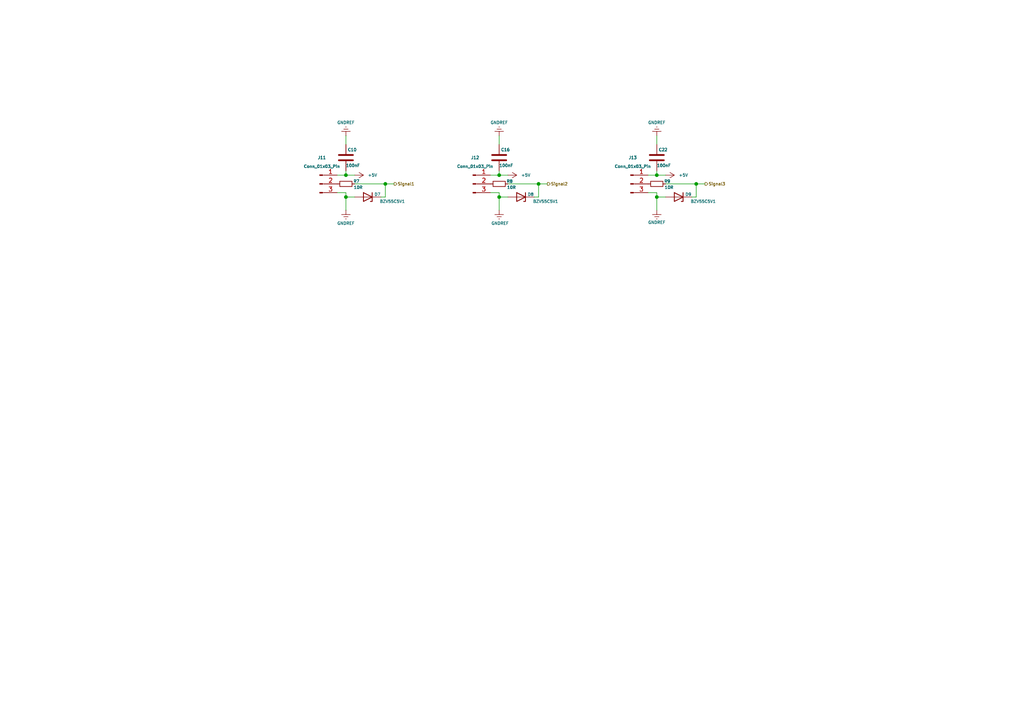
<source format=kicad_sch>
(kicad_sch
	(version 20250114)
	(generator "eeschema")
	(generator_version "9.0")
	(uuid "54e0eb65-62ff-4238-bfec-82d9fbc4a214")
	(paper "A4")
	(lib_symbols
		(symbol "Library:+5V"
			(power)
			(pin_numbers
				(hide yes)
			)
			(pin_names
				(offset 0)
				(hide yes)
			)
			(exclude_from_sim no)
			(in_bom yes)
			(on_board yes)
			(property "Reference" "#PWR"
				(at 0 -3.81 0)
				(effects
					(font
						(size 1.27 1.27)
					)
					(hide yes)
				)
			)
			(property "Value" "+5V"
				(at 0 3.556 0)
				(effects
					(font
						(size 1.27 1.27)
					)
				)
			)
			(property "Footprint" ""
				(at 0 0 0)
				(effects
					(font
						(size 1.27 1.27)
					)
					(hide yes)
				)
			)
			(property "Datasheet" ""
				(at 0 0 0)
				(effects
					(font
						(size 1.27 1.27)
					)
					(hide yes)
				)
			)
			(property "Description" "Power symbol creates a global label with name \"+5V\""
				(at 0 0 0)
				(effects
					(font
						(size 1.27 1.27)
					)
					(hide yes)
				)
			)
			(property "ki_keywords" "global power"
				(at 0 0 0)
				(effects
					(font
						(size 1.27 1.27)
					)
					(hide yes)
				)
			)
			(symbol "+5V_0_1"
				(polyline
					(pts
						(xy -0.762 1.27) (xy 0 2.54)
					)
					(stroke
						(width 0)
						(type default)
					)
					(fill
						(type none)
					)
				)
				(polyline
					(pts
						(xy 0 2.54) (xy 0.762 1.27)
					)
					(stroke
						(width 0)
						(type default)
					)
					(fill
						(type none)
					)
				)
				(polyline
					(pts
						(xy 0 0) (xy 0 2.54)
					)
					(stroke
						(width 0)
						(type default)
					)
					(fill
						(type none)
					)
				)
			)
			(symbol "+5V_1_1"
				(pin power_in line
					(at 0 0 90)
					(length 0)
					(name "~"
						(effects
							(font
								(size 1.27 1.27)
							)
						)
					)
					(number "1"
						(effects
							(font
								(size 1.27 1.27)
							)
						)
					)
				)
			)
			(embedded_fonts no)
		)
		(symbol "Library:BZV55C5V1"
			(pin_numbers
				(hide yes)
			)
			(pin_names
				(hide yes)
			)
			(exclude_from_sim no)
			(in_bom yes)
			(on_board yes)
			(property "Reference" "D"
				(at 0 2.54 0)
				(effects
					(font
						(size 1.27 1.27)
					)
				)
			)
			(property "Value" "BZV55C5V1"
				(at 0 -2.54 0)
				(effects
					(font
						(size 1.27 1.27)
					)
				)
			)
			(property "Footprint" "Diode_SMD:D_MiniMELF"
				(at 0 -4.445 0)
				(effects
					(font
						(size 1.27 1.27)
					)
					(hide yes)
				)
			)
			(property "Datasheet" "https://assets.nexperia.com/documents/data-sheet/BZV55_SER.pdf"
				(at 0 0 0)
				(effects
					(font
						(size 1.27 1.27)
					)
					(hide yes)
				)
			)
			(property "Description" "5.1V, 500mW, 5%, Zener diode, MiniMELF"
				(at 0 0 0)
				(effects
					(font
						(size 1.27 1.27)
					)
					(hide yes)
				)
			)
			(property "ki_keywords" "zener diode"
				(at 0 0 0)
				(effects
					(font
						(size 1.27 1.27)
					)
					(hide yes)
				)
			)
			(property "ki_fp_filters" "D*MiniMELF*"
				(at 0 0 0)
				(effects
					(font
						(size 1.27 1.27)
					)
					(hide yes)
				)
			)
			(symbol "BZV55C5V1_0_1"
				(polyline
					(pts
						(xy -1.27 -1.27) (xy -1.27 1.27) (xy -0.762 1.27)
					)
					(stroke
						(width 0.254)
						(type default)
					)
					(fill
						(type none)
					)
				)
				(polyline
					(pts
						(xy 1.27 0) (xy -1.27 0)
					)
					(stroke
						(width 0)
						(type default)
					)
					(fill
						(type none)
					)
				)
				(polyline
					(pts
						(xy 1.27 -1.27) (xy 1.27 1.27) (xy -1.27 0) (xy 1.27 -1.27)
					)
					(stroke
						(width 0.254)
						(type default)
					)
					(fill
						(type none)
					)
				)
			)
			(symbol "BZV55C5V1_1_1"
				(pin passive line
					(at -3.81 0 0)
					(length 2.54)
					(name "K"
						(effects
							(font
								(size 1.27 1.27)
							)
						)
					)
					(number "1"
						(effects
							(font
								(size 1.27 1.27)
							)
						)
					)
				)
				(pin passive line
					(at 3.81 0 180)
					(length 2.54)
					(name "A"
						(effects
							(font
								(size 1.27 1.27)
							)
						)
					)
					(number "2"
						(effects
							(font
								(size 1.27 1.27)
							)
						)
					)
				)
			)
			(embedded_fonts no)
		)
		(symbol "Library:C"
			(pin_numbers
				(hide yes)
			)
			(pin_names
				(offset 0.254)
			)
			(exclude_from_sim no)
			(in_bom yes)
			(on_board yes)
			(property "Reference" "C"
				(at 0.635 2.54 0)
				(effects
					(font
						(size 1.27 1.27)
					)
					(justify left)
				)
			)
			(property "Value" "C"
				(at 0.635 -2.54 0)
				(effects
					(font
						(size 1.27 1.27)
					)
					(justify left)
				)
			)
			(property "Footprint" ""
				(at 0.9652 -3.81 0)
				(effects
					(font
						(size 1.27 1.27)
					)
					(hide yes)
				)
			)
			(property "Datasheet" "~"
				(at 0 0 0)
				(effects
					(font
						(size 1.27 1.27)
					)
					(hide yes)
				)
			)
			(property "Description" "Unpolarized capacitor"
				(at 0 0 0)
				(effects
					(font
						(size 1.27 1.27)
					)
					(hide yes)
				)
			)
			(property "ki_keywords" "cap capacitor"
				(at 0 0 0)
				(effects
					(font
						(size 1.27 1.27)
					)
					(hide yes)
				)
			)
			(property "ki_fp_filters" "C_*"
				(at 0 0 0)
				(effects
					(font
						(size 1.27 1.27)
					)
					(hide yes)
				)
			)
			(symbol "C_0_1"
				(polyline
					(pts
						(xy -2.032 0.762) (xy 2.032 0.762)
					)
					(stroke
						(width 0.508)
						(type default)
					)
					(fill
						(type none)
					)
				)
				(polyline
					(pts
						(xy -2.032 -0.762) (xy 2.032 -0.762)
					)
					(stroke
						(width 0.508)
						(type default)
					)
					(fill
						(type none)
					)
				)
			)
			(symbol "C_1_1"
				(pin passive line
					(at 0 3.81 270)
					(length 2.794)
					(name "~"
						(effects
							(font
								(size 1.27 1.27)
							)
						)
					)
					(number "1"
						(effects
							(font
								(size 1.27 1.27)
							)
						)
					)
				)
				(pin passive line
					(at 0 -3.81 90)
					(length 2.794)
					(name "~"
						(effects
							(font
								(size 1.27 1.27)
							)
						)
					)
					(number "2"
						(effects
							(font
								(size 1.27 1.27)
							)
						)
					)
				)
			)
			(embedded_fonts no)
		)
		(symbol "Library:Conn_01x03_Pin"
			(pin_names
				(offset 1.016)
				(hide yes)
			)
			(exclude_from_sim no)
			(in_bom yes)
			(on_board yes)
			(property "Reference" "J"
				(at 0 5.08 0)
				(effects
					(font
						(size 1.27 1.27)
					)
				)
			)
			(property "Value" "Conn_01x03_Pin"
				(at 0 -5.08 0)
				(effects
					(font
						(size 1.27 1.27)
					)
				)
			)
			(property "Footprint" ""
				(at 0 0 0)
				(effects
					(font
						(size 1.27 1.27)
					)
					(hide yes)
				)
			)
			(property "Datasheet" "~"
				(at 0 0 0)
				(effects
					(font
						(size 1.27 1.27)
					)
					(hide yes)
				)
			)
			(property "Description" "Generic connector, single row, 01x03, script generated"
				(at 0 0 0)
				(effects
					(font
						(size 1.27 1.27)
					)
					(hide yes)
				)
			)
			(property "ki_locked" ""
				(at 0 0 0)
				(effects
					(font
						(size 1.27 1.27)
					)
				)
			)
			(property "ki_keywords" "connector"
				(at 0 0 0)
				(effects
					(font
						(size 1.27 1.27)
					)
					(hide yes)
				)
			)
			(property "ki_fp_filters" "Connector*:*_1x??_*"
				(at 0 0 0)
				(effects
					(font
						(size 1.27 1.27)
					)
					(hide yes)
				)
			)
			(symbol "Conn_01x03_Pin_1_1"
				(rectangle
					(start 0.8636 2.667)
					(end 0 2.413)
					(stroke
						(width 0.1524)
						(type default)
					)
					(fill
						(type outline)
					)
				)
				(rectangle
					(start 0.8636 0.127)
					(end 0 -0.127)
					(stroke
						(width 0.1524)
						(type default)
					)
					(fill
						(type outline)
					)
				)
				(rectangle
					(start 0.8636 -2.413)
					(end 0 -2.667)
					(stroke
						(width 0.1524)
						(type default)
					)
					(fill
						(type outline)
					)
				)
				(polyline
					(pts
						(xy 1.27 2.54) (xy 0.8636 2.54)
					)
					(stroke
						(width 0.1524)
						(type default)
					)
					(fill
						(type none)
					)
				)
				(polyline
					(pts
						(xy 1.27 0) (xy 0.8636 0)
					)
					(stroke
						(width 0.1524)
						(type default)
					)
					(fill
						(type none)
					)
				)
				(polyline
					(pts
						(xy 1.27 -2.54) (xy 0.8636 -2.54)
					)
					(stroke
						(width 0.1524)
						(type default)
					)
					(fill
						(type none)
					)
				)
				(pin passive line
					(at 5.08 2.54 180)
					(length 3.81)
					(name "Pin_1"
						(effects
							(font
								(size 1.27 1.27)
							)
						)
					)
					(number "1"
						(effects
							(font
								(size 1.27 1.27)
							)
						)
					)
				)
				(pin passive line
					(at 5.08 0 180)
					(length 3.81)
					(name "Pin_2"
						(effects
							(font
								(size 1.27 1.27)
							)
						)
					)
					(number "2"
						(effects
							(font
								(size 1.27 1.27)
							)
						)
					)
				)
				(pin passive line
					(at 5.08 -2.54 180)
					(length 3.81)
					(name "Pin_3"
						(effects
							(font
								(size 1.27 1.27)
							)
						)
					)
					(number "3"
						(effects
							(font
								(size 1.27 1.27)
							)
						)
					)
				)
			)
			(embedded_fonts no)
		)
		(symbol "Library:GNDREF"
			(power)
			(pin_numbers
				(hide yes)
			)
			(pin_names
				(offset 0)
				(hide yes)
			)
			(exclude_from_sim no)
			(in_bom yes)
			(on_board yes)
			(property "Reference" "#PWR"
				(at 0 -6.35 0)
				(effects
					(font
						(size 1.27 1.27)
					)
					(hide yes)
				)
			)
			(property "Value" "GNDREF"
				(at 0 -3.81 0)
				(effects
					(font
						(size 1.27 1.27)
					)
				)
			)
			(property "Footprint" ""
				(at 0 0 0)
				(effects
					(font
						(size 1.27 1.27)
					)
					(hide yes)
				)
			)
			(property "Datasheet" ""
				(at 0 0 0)
				(effects
					(font
						(size 1.27 1.27)
					)
					(hide yes)
				)
			)
			(property "Description" "Power symbol creates a global label with name \"GNDREF\" , reference supply ground"
				(at 0 0 0)
				(effects
					(font
						(size 1.27 1.27)
					)
					(hide yes)
				)
			)
			(property "ki_keywords" "global power"
				(at 0 0 0)
				(effects
					(font
						(size 1.27 1.27)
					)
					(hide yes)
				)
			)
			(symbol "GNDREF_0_1"
				(polyline
					(pts
						(xy -0.635 -1.905) (xy 0.635 -1.905)
					)
					(stroke
						(width 0)
						(type default)
					)
					(fill
						(type none)
					)
				)
				(polyline
					(pts
						(xy -0.127 -2.54) (xy 0.127 -2.54)
					)
					(stroke
						(width 0)
						(type default)
					)
					(fill
						(type none)
					)
				)
				(polyline
					(pts
						(xy 0 -1.27) (xy 0 0)
					)
					(stroke
						(width 0)
						(type default)
					)
					(fill
						(type none)
					)
				)
				(polyline
					(pts
						(xy 1.27 -1.27) (xy -1.27 -1.27)
					)
					(stroke
						(width 0)
						(type default)
					)
					(fill
						(type none)
					)
				)
			)
			(symbol "GNDREF_1_1"
				(pin power_in line
					(at 0 0 270)
					(length 0)
					(name "~"
						(effects
							(font
								(size 1.27 1.27)
							)
						)
					)
					(number "1"
						(effects
							(font
								(size 1.27 1.27)
							)
						)
					)
				)
			)
			(embedded_fonts no)
		)
		(symbol "Library:R_Small"
			(pin_numbers
				(hide yes)
			)
			(pin_names
				(offset 0.254)
				(hide yes)
			)
			(exclude_from_sim no)
			(in_bom yes)
			(on_board yes)
			(property "Reference" "R"
				(at 0 0 90)
				(effects
					(font
						(size 1.016 1.016)
					)
				)
			)
			(property "Value" "R_Small"
				(at 1.778 0 90)
				(effects
					(font
						(size 1.27 1.27)
					)
				)
			)
			(property "Footprint" ""
				(at 0 0 0)
				(effects
					(font
						(size 1.27 1.27)
					)
					(hide yes)
				)
			)
			(property "Datasheet" "~"
				(at 0 0 0)
				(effects
					(font
						(size 1.27 1.27)
					)
					(hide yes)
				)
			)
			(property "Description" "Resistor, small symbol"
				(at 0 0 0)
				(effects
					(font
						(size 1.27 1.27)
					)
					(hide yes)
				)
			)
			(property "ki_keywords" "R resistor"
				(at 0 0 0)
				(effects
					(font
						(size 1.27 1.27)
					)
					(hide yes)
				)
			)
			(property "ki_fp_filters" "R_*"
				(at 0 0 0)
				(effects
					(font
						(size 1.27 1.27)
					)
					(hide yes)
				)
			)
			(symbol "R_Small_0_1"
				(rectangle
					(start -0.762 1.778)
					(end 0.762 -1.778)
					(stroke
						(width 0.2032)
						(type default)
					)
					(fill
						(type none)
					)
				)
			)
			(symbol "R_Small_1_1"
				(pin passive line
					(at 0 2.54 270)
					(length 0.762)
					(name "~"
						(effects
							(font
								(size 1.27 1.27)
							)
						)
					)
					(number "1"
						(effects
							(font
								(size 1.27 1.27)
							)
						)
					)
				)
				(pin passive line
					(at 0 -2.54 90)
					(length 0.762)
					(name "~"
						(effects
							(font
								(size 1.27 1.27)
							)
						)
					)
					(number "2"
						(effects
							(font
								(size 1.27 1.27)
							)
						)
					)
				)
			)
			(embedded_fonts no)
		)
	)
	(junction
		(at 144.78 50.8)
		(diameter 0)
		(color 0 0 0 0)
		(uuid "04724f15-147b-4984-9b49-831392b0d62a")
	)
	(junction
		(at 111.76 53.34)
		(diameter 0)
		(color 0 0 0 0)
		(uuid "10c8f378-5138-4b8a-b798-20589912006f")
	)
	(junction
		(at 144.78 57.15)
		(diameter 0)
		(color 0 0 0 0)
		(uuid "8671e54d-7def-4b88-8041-7c40776ff083")
	)
	(junction
		(at 100.33 50.8)
		(diameter 0)
		(color 0 0 0 0)
		(uuid "9d11f781-d471-4e5c-985b-aecc74f57349")
	)
	(junction
		(at 100.33 57.15)
		(diameter 0)
		(color 0 0 0 0)
		(uuid "a75fe11e-0ebd-45cc-9e5c-de33967b42cc")
	)
	(junction
		(at 156.21 53.34)
		(diameter 0)
		(color 0 0 0 0)
		(uuid "a7bb39e3-a4c5-4e56-859f-ff482dd4f3fd")
	)
	(junction
		(at 190.5 50.8)
		(diameter 0)
		(color 0 0 0 0)
		(uuid "ec2c26e1-cc06-4927-abf3-7ef56cc04c24")
	)
	(junction
		(at 190.5 57.15)
		(diameter 0)
		(color 0 0 0 0)
		(uuid "f72a2d35-d03a-4f5d-b9b2-68f133bfafbe")
	)
	(junction
		(at 201.93 53.34)
		(diameter 0)
		(color 0 0 0 0)
		(uuid "fe5d84e5-c422-46e5-abbb-190af4988015")
	)
	(wire
		(pts
			(xy 147.32 50.8) (xy 144.78 50.8)
		)
		(stroke
			(width 0)
			(type default)
		)
		(uuid "080f6d3f-1751-4a85-b91a-e7c1bc040015")
	)
	(wire
		(pts
			(xy 190.5 57.15) (xy 190.5 60.96)
		)
		(stroke
			(width 0)
			(type default)
		)
		(uuid "13f7dfe4-859d-4a85-92a9-d3df2943f0a8")
	)
	(wire
		(pts
			(xy 111.76 53.34) (xy 111.76 57.15)
		)
		(stroke
			(width 0)
			(type default)
		)
		(uuid "14d72d9d-561e-4353-a1c8-e76b0ea63502")
	)
	(wire
		(pts
			(xy 156.21 53.34) (xy 156.21 57.15)
		)
		(stroke
			(width 0)
			(type default)
		)
		(uuid "17313ea0-34a0-4c2f-acb6-1fd171fc46d3")
	)
	(wire
		(pts
			(xy 193.04 50.8) (xy 190.5 50.8)
		)
		(stroke
			(width 0)
			(type default)
		)
		(uuid "1aeb910a-99f5-4e8b-8431-f8850b16dbe1")
	)
	(wire
		(pts
			(xy 201.93 57.15) (xy 200.66 57.15)
		)
		(stroke
			(width 0)
			(type default)
		)
		(uuid "257841a2-16ca-45f5-a0a2-1f3458eb71bc")
	)
	(wire
		(pts
			(xy 156.21 53.34) (xy 158.75 53.34)
		)
		(stroke
			(width 0)
			(type default)
		)
		(uuid "2bf3f118-b544-4b14-995e-f12d517e70cc")
	)
	(wire
		(pts
			(xy 187.96 55.88) (xy 190.5 55.88)
		)
		(stroke
			(width 0)
			(type default)
		)
		(uuid "2defbecc-a5bf-4370-8938-108d72656b71")
	)
	(wire
		(pts
			(xy 111.76 53.34) (xy 114.3 53.34)
		)
		(stroke
			(width 0)
			(type default)
		)
		(uuid "428bb385-091f-48c1-876e-a32279b8cbae")
	)
	(wire
		(pts
			(xy 144.78 55.88) (xy 144.78 57.15)
		)
		(stroke
			(width 0)
			(type default)
		)
		(uuid "455af6e4-74b2-423d-b3e9-fe3598d766b1")
	)
	(wire
		(pts
			(xy 144.78 57.15) (xy 147.32 57.15)
		)
		(stroke
			(width 0)
			(type default)
		)
		(uuid "62bf242d-041e-43b7-8815-ec43750f4ef6")
	)
	(wire
		(pts
			(xy 142.24 55.88) (xy 144.78 55.88)
		)
		(stroke
			(width 0)
			(type default)
		)
		(uuid "6f471cdb-bcb5-42ea-8cad-e6cfad5d68a3")
	)
	(wire
		(pts
			(xy 100.33 39.37) (xy 100.33 41.91)
		)
		(stroke
			(width 0)
			(type default)
		)
		(uuid "72afbc3c-e4fc-44f6-bfe0-5c0a6cf90482")
	)
	(wire
		(pts
			(xy 190.5 57.15) (xy 193.04 57.15)
		)
		(stroke
			(width 0)
			(type default)
		)
		(uuid "75f20e1a-6318-4be1-9740-193125921025")
	)
	(wire
		(pts
			(xy 97.79 55.88) (xy 100.33 55.88)
		)
		(stroke
			(width 0)
			(type default)
		)
		(uuid "80596881-1be7-4bc7-a333-03c1642151bc")
	)
	(wire
		(pts
			(xy 100.33 50.8) (xy 97.79 50.8)
		)
		(stroke
			(width 0)
			(type default)
		)
		(uuid "8a975e30-7b50-4a40-a837-abf8387fc5f2")
	)
	(wire
		(pts
			(xy 100.33 49.53) (xy 100.33 50.8)
		)
		(stroke
			(width 0)
			(type default)
		)
		(uuid "93372661-7337-4b30-9182-98c0ed4a742b")
	)
	(wire
		(pts
			(xy 147.32 53.34) (xy 156.21 53.34)
		)
		(stroke
			(width 0)
			(type default)
		)
		(uuid "99608072-3344-4ad8-86f2-8790863063f6")
	)
	(wire
		(pts
			(xy 102.87 53.34) (xy 111.76 53.34)
		)
		(stroke
			(width 0)
			(type default)
		)
		(uuid "99d6195c-8c3a-496f-85e8-0ead949d6f2d")
	)
	(wire
		(pts
			(xy 190.5 49.53) (xy 190.5 50.8)
		)
		(stroke
			(width 0)
			(type default)
		)
		(uuid "9a223525-bb28-4dd4-8a39-eb8eda289896")
	)
	(wire
		(pts
			(xy 144.78 57.15) (xy 144.78 60.96)
		)
		(stroke
			(width 0)
			(type default)
		)
		(uuid "9cf0574b-a6bd-46a2-bb33-f2eb3b98930d")
	)
	(wire
		(pts
			(xy 144.78 49.53) (xy 144.78 50.8)
		)
		(stroke
			(width 0)
			(type default)
		)
		(uuid "a328461d-e567-427d-9a50-7a1549093132")
	)
	(wire
		(pts
			(xy 201.93 53.34) (xy 204.47 53.34)
		)
		(stroke
			(width 0)
			(type default)
		)
		(uuid "a4f4f200-ac54-453c-90fe-e42aba9ff69e")
	)
	(wire
		(pts
			(xy 144.78 50.8) (xy 142.24 50.8)
		)
		(stroke
			(width 0)
			(type default)
		)
		(uuid "a5858c77-a97d-4f8f-b122-32b786daf48a")
	)
	(wire
		(pts
			(xy 100.33 57.15) (xy 102.87 57.15)
		)
		(stroke
			(width 0)
			(type default)
		)
		(uuid "a730134b-9b2c-48aa-a576-5bfe27cd1380")
	)
	(wire
		(pts
			(xy 100.33 55.88) (xy 100.33 57.15)
		)
		(stroke
			(width 0)
			(type default)
		)
		(uuid "ac5fdae8-12ea-493e-a096-6d0316f463c5")
	)
	(wire
		(pts
			(xy 201.93 53.34) (xy 201.93 57.15)
		)
		(stroke
			(width 0)
			(type default)
		)
		(uuid "ad063433-c7fb-44c8-8ac0-2bf0cd554acd")
	)
	(wire
		(pts
			(xy 100.33 57.15) (xy 100.33 60.96)
		)
		(stroke
			(width 0)
			(type default)
		)
		(uuid "b400d9c0-3926-4203-89d5-c42b126d37c2")
	)
	(wire
		(pts
			(xy 156.21 57.15) (xy 154.94 57.15)
		)
		(stroke
			(width 0)
			(type default)
		)
		(uuid "b490a8e6-3568-4c08-93a0-d074ae3750e9")
	)
	(wire
		(pts
			(xy 102.87 50.8) (xy 100.33 50.8)
		)
		(stroke
			(width 0)
			(type default)
		)
		(uuid "bb2d2f56-45f1-4b55-8b8c-f2ac71d55b7f")
	)
	(wire
		(pts
			(xy 190.5 39.37) (xy 190.5 41.91)
		)
		(stroke
			(width 0)
			(type default)
		)
		(uuid "bc88e79d-b40d-4192-9643-d7d42e08aabf")
	)
	(wire
		(pts
			(xy 190.5 55.88) (xy 190.5 57.15)
		)
		(stroke
			(width 0)
			(type default)
		)
		(uuid "c06dd598-1b66-40cb-bf37-015521656a42")
	)
	(wire
		(pts
			(xy 190.5 50.8) (xy 187.96 50.8)
		)
		(stroke
			(width 0)
			(type default)
		)
		(uuid "d1e9fd55-20d7-41ea-8f1d-468063be9594")
	)
	(wire
		(pts
			(xy 111.76 57.15) (xy 110.49 57.15)
		)
		(stroke
			(width 0)
			(type default)
		)
		(uuid "e5501fa7-6c56-4ae7-b9be-a0487e1415b3")
	)
	(wire
		(pts
			(xy 193.04 53.34) (xy 201.93 53.34)
		)
		(stroke
			(width 0)
			(type default)
		)
		(uuid "fdbdd0d4-f258-4932-84b6-926ac16e55b2")
	)
	(wire
		(pts
			(xy 144.78 39.37) (xy 144.78 41.91)
		)
		(stroke
			(width 0)
			(type default)
		)
		(uuid "feb289f1-75ee-4533-bb53-57a3e7f47a69")
	)
	(hierarchical_label "Signal2"
		(shape output)
		(at 158.75 53.34 0)
		(effects
			(font
				(size 0.85 0.85)
			)
			(justify left)
		)
		(uuid "45750537-8bec-4386-bc55-60052e5dbc7f")
	)
	(hierarchical_label "Signal3"
		(shape output)
		(at 204.47 53.34 0)
		(effects
			(font
				(size 0.85 0.85)
			)
			(justify left)
		)
		(uuid "7b785c51-8a25-4e08-9394-c8fdd3f4e9b5")
	)
	(hierarchical_label "Signal1"
		(shape output)
		(at 114.3 53.34 0)
		(effects
			(font
				(size 0.85 0.85)
			)
			(justify left)
		)
		(uuid "955fc822-1ffb-4fc6-9261-06ffbd9fff2f")
	)
	(symbol
		(lib_id "Library:R_Small")
		(at 190.5 53.34 90)
		(unit 1)
		(exclude_from_sim no)
		(in_bom yes)
		(on_board yes)
		(dnp no)
		(uuid "14628481-bae1-4755-8caf-fcb95aa26dd8")
		(property "Reference" "R18"
			(at 193.548 52.578 90)
			(effects
				(font
					(size 0.85 0.85)
				)
			)
		)
		(property "Value" "10R"
			(at 194.056 54.356 90)
			(effects
				(font
					(size 0.85 0.85)
				)
			)
		)
		(property "Footprint" "Library:R_0805_2012Metric"
			(at 190.5 53.34 0)
			(effects
				(font
					(size 0.85 0.85)
				)
				(hide yes)
			)
		)
		(property "Datasheet" "~"
			(at 190.5 53.34 0)
			(effects
				(font
					(size 0.85 0.85)
				)
				(hide yes)
			)
		)
		(property "Description" "Resistor, small symbol"
			(at 190.5 53.34 0)
			(effects
				(font
					(size 0.85 0.85)
				)
				(hide yes)
			)
		)
		(pin "1"
			(uuid "45bf41b2-65cb-470c-bba0-da3fb88c2f60")
		)
		(pin "2"
			(uuid "bd6a7e10-3012-47db-a0a5-11d08cac7ec8")
		)
		(instances
			(project "MoistureDatalogger"
				(path "/2465b45a-61bf-4bb8-9f23-f35ab1c53bad/5421d897-df23-4bfc-9f10-4d8ee1478388"
					(reference "R9")
					(unit 1)
				)
				(path "/2465b45a-61bf-4bb8-9f23-f35ab1c53bad/814cc811-9492-4603-8a4f-d85606166275"
					(reference "R18")
					(unit 1)
				)
				(path "/2465b45a-61bf-4bb8-9f23-f35ab1c53bad/887caf75-d5a4-4536-b2d3-ee205b08c70e"
					(reference "R3")
					(unit 1)
				)
				(path "/2465b45a-61bf-4bb8-9f23-f35ab1c53bad/92995c40-0032-4dc4-8e9d-3047533a487e"
					(reference "R15")
					(unit 1)
				)
				(path "/2465b45a-61bf-4bb8-9f23-f35ab1c53bad/ae45e8e8-9c2b-4975-a906-2f7c4752cbf2"
					(reference "R6")
					(unit 1)
				)
				(path "/2465b45a-61bf-4bb8-9f23-f35ab1c53bad/c04d65c9-2d53-46de-bb57-b2206c44dac7"
					(reference "R12")
					(unit 1)
				)
			)
		)
	)
	(symbol
		(lib_id "Library:Conn_01x03_Pin")
		(at 182.88 53.34 0)
		(unit 1)
		(exclude_from_sim no)
		(in_bom yes)
		(on_board yes)
		(dnp no)
		(fields_autoplaced yes)
		(uuid "15f19b47-75d5-49c1-9d4b-08ab230beeac")
		(property "Reference" "J23"
			(at 183.515 45.72 0)
			(effects
				(font
					(size 0.85 0.85)
				)
			)
		)
		(property "Value" "Conn_01x03_Pin"
			(at 183.515 48.26 0)
			(effects
				(font
					(size 0.85 0.85)
				)
			)
		)
		(property "Footprint" "Library:JST_XH_B3B-XH-AM_1x03_P2.50mm_Vertical"
			(at 182.88 53.34 0)
			(effects
				(font
					(size 0.85 0.85)
				)
				(hide yes)
			)
		)
		(property "Datasheet" "~"
			(at 182.88 53.34 0)
			(effects
				(font
					(size 0.85 0.85)
				)
				(hide yes)
			)
		)
		(property "Description" "Generic connector, single row, 01x03, script generated"
			(at 182.88 53.34 0)
			(effects
				(font
					(size 0.85 0.85)
				)
				(hide yes)
			)
		)
		(pin "2"
			(uuid "58cea72a-7056-439a-9511-caffac2a328f")
		)
		(pin "1"
			(uuid "5db2f24b-eb94-4447-b71b-912b59ddcdb3")
		)
		(pin "3"
			(uuid "7266038f-d13f-4711-83b7-8fb2ce17ceef")
		)
		(instances
			(project "MoistureDatalogger"
				(path "/2465b45a-61bf-4bb8-9f23-f35ab1c53bad/5421d897-df23-4bfc-9f10-4d8ee1478388"
					(reference "J13")
					(unit 1)
				)
				(path "/2465b45a-61bf-4bb8-9f23-f35ab1c53bad/814cc811-9492-4603-8a4f-d85606166275"
					(reference "J23")
					(unit 1)
				)
				(path "/2465b45a-61bf-4bb8-9f23-f35ab1c53bad/887caf75-d5a4-4536-b2d3-ee205b08c70e"
					(reference "J7")
					(unit 1)
				)
				(path "/2465b45a-61bf-4bb8-9f23-f35ab1c53bad/92995c40-0032-4dc4-8e9d-3047533a487e"
					(reference "J19")
					(unit 1)
				)
				(path "/2465b45a-61bf-4bb8-9f23-f35ab1c53bad/ae45e8e8-9c2b-4975-a906-2f7c4752cbf2"
					(reference "J10")
					(unit 1)
				)
				(path "/2465b45a-61bf-4bb8-9f23-f35ab1c53bad/c04d65c9-2d53-46de-bb57-b2206c44dac7"
					(reference "J16")
					(unit 1)
				)
			)
		)
	)
	(symbol
		(lib_id "Library:C")
		(at 100.33 45.72 0)
		(unit 1)
		(exclude_from_sim no)
		(in_bom yes)
		(on_board yes)
		(dnp no)
		(uuid "187503af-562c-49c7-94a7-3a146dfd9c53")
		(property "Reference" "C7"
			(at 100.838 43.434 0)
			(effects
				(font
					(size 0.85 0.85)
				)
				(justify left)
			)
		)
		(property "Value" "100nF"
			(at 100.33 48.006 0)
			(effects
				(font
					(size 0.85 0.85)
				)
				(justify left)
			)
		)
		(property "Footprint" "Library:C_0805_2012Metric"
			(at 101.2952 49.53 0)
			(effects
				(font
					(size 0.85 0.85)
				)
				(hide yes)
			)
		)
		(property "Datasheet" "~"
			(at 100.33 45.72 0)
			(effects
				(font
					(size 0.85 0.85)
				)
				(hide yes)
			)
		)
		(property "Description" "Unpolarized capacitor"
			(at 100.33 45.72 0)
			(effects
				(font
					(size 0.85 0.85)
				)
				(hide yes)
			)
		)
		(pin "1"
			(uuid "f8ef7ef4-d636-4804-a81c-086109a9b3b0")
		)
		(pin "2"
			(uuid "716fa7ac-cbd2-4e7d-8e8e-216766bf4033")
		)
		(instances
			(project "MoistureDatalogger"
				(path "/2465b45a-61bf-4bb8-9f23-f35ab1c53bad/5421d897-df23-4bfc-9f10-4d8ee1478388"
					(reference "C10")
					(unit 1)
				)
				(path "/2465b45a-61bf-4bb8-9f23-f35ab1c53bad/814cc811-9492-4603-8a4f-d85606166275"
					(reference "C7")
					(unit 1)
				)
				(path "/2465b45a-61bf-4bb8-9f23-f35ab1c53bad/887caf75-d5a4-4536-b2d3-ee205b08c70e"
					(reference "C8")
					(unit 1)
				)
				(path "/2465b45a-61bf-4bb8-9f23-f35ab1c53bad/92995c40-0032-4dc4-8e9d-3047533a487e"
					(reference "C12")
					(unit 1)
				)
				(path "/2465b45a-61bf-4bb8-9f23-f35ab1c53bad/ae45e8e8-9c2b-4975-a906-2f7c4752cbf2"
					(reference "C9")
					(unit 1)
				)
				(path "/2465b45a-61bf-4bb8-9f23-f35ab1c53bad/c04d65c9-2d53-46de-bb57-b2206c44dac7"
					(reference "C11")
					(unit 1)
				)
			)
		)
	)
	(symbol
		(lib_id "Library:R_Small")
		(at 100.33 53.34 90)
		(unit 1)
		(exclude_from_sim no)
		(in_bom yes)
		(on_board yes)
		(dnp no)
		(uuid "18f3b2e8-e0b3-4bce-8958-8a44939f831f")
		(property "Reference" "R16"
			(at 103.378 52.578 90)
			(effects
				(font
					(size 0.85 0.85)
				)
			)
		)
		(property "Value" "10R"
			(at 103.886 54.356 90)
			(effects
				(font
					(size 0.85 0.85)
				)
			)
		)
		(property "Footprint" "Library:R_0805_2012Metric"
			(at 100.33 53.34 0)
			(effects
				(font
					(size 0.85 0.85)
				)
				(hide yes)
			)
		)
		(property "Datasheet" "~"
			(at 100.33 53.34 0)
			(effects
				(font
					(size 0.85 0.85)
				)
				(hide yes)
			)
		)
		(property "Description" "Resistor, small symbol"
			(at 100.33 53.34 0)
			(effects
				(font
					(size 0.85 0.85)
				)
				(hide yes)
			)
		)
		(pin "1"
			(uuid "4567deb3-663b-4a39-8e6e-19b4dcbe6e48")
		)
		(pin "2"
			(uuid "ef4bb326-ac89-4e18-a7ca-b2058ab6d935")
		)
		(instances
			(project "MoistureDatalogger"
				(path "/2465b45a-61bf-4bb8-9f23-f35ab1c53bad/5421d897-df23-4bfc-9f10-4d8ee1478388"
					(reference "R7")
					(unit 1)
				)
				(path "/2465b45a-61bf-4bb8-9f23-f35ab1c53bad/814cc811-9492-4603-8a4f-d85606166275"
					(reference "R16")
					(unit 1)
				)
				(path "/2465b45a-61bf-4bb8-9f23-f35ab1c53bad/887caf75-d5a4-4536-b2d3-ee205b08c70e"
					(reference "R1")
					(unit 1)
				)
				(path "/2465b45a-61bf-4bb8-9f23-f35ab1c53bad/92995c40-0032-4dc4-8e9d-3047533a487e"
					(reference "R13")
					(unit 1)
				)
				(path "/2465b45a-61bf-4bb8-9f23-f35ab1c53bad/ae45e8e8-9c2b-4975-a906-2f7c4752cbf2"
					(reference "R4")
					(unit 1)
				)
				(path "/2465b45a-61bf-4bb8-9f23-f35ab1c53bad/c04d65c9-2d53-46de-bb57-b2206c44dac7"
					(reference "R10")
					(unit 1)
				)
			)
		)
	)
	(symbol
		(lib_id "Library:+5V")
		(at 102.87 50.8 270)
		(unit 1)
		(exclude_from_sim no)
		(in_bom yes)
		(on_board yes)
		(dnp no)
		(fields_autoplaced yes)
		(uuid "1fa97fd2-933c-493d-9b78-34e489086681")
		(property "Reference" "#PWR048"
			(at 99.06 50.8 0)
			(effects
				(font
					(size 0.85 0.85)
				)
				(hide yes)
			)
		)
		(property "Value" "+5V"
			(at 106.68 50.7999 90)
			(effects
				(font
					(size 0.85 0.85)
				)
				(justify left)
			)
		)
		(property "Footprint" ""
			(at 102.87 50.8 0)
			(effects
				(font
					(size 0.85 0.85)
				)
				(hide yes)
			)
		)
		(property "Datasheet" ""
			(at 102.87 50.8 0)
			(effects
				(font
					(size 0.85 0.85)
				)
				(hide yes)
			)
		)
		(property "Description" "Power symbol creates a global label with name \"+5V\""
			(at 102.87 50.8 0)
			(effects
				(font
					(size 0.85 0.85)
				)
				(hide yes)
			)
		)
		(pin "1"
			(uuid "b9c9b504-dde7-4b62-9b94-5673469cea5d")
		)
		(instances
			(project "MoistureDatalogger"
				(path "/2465b45a-61bf-4bb8-9f23-f35ab1c53bad/5421d897-df23-4bfc-9f10-4d8ee1478388"
					(reference "#PWR027")
					(unit 1)
				)
				(path "/2465b45a-61bf-4bb8-9f23-f35ab1c53bad/814cc811-9492-4603-8a4f-d85606166275"
					(reference "#PWR048")
					(unit 1)
				)
				(path "/2465b45a-61bf-4bb8-9f23-f35ab1c53bad/887caf75-d5a4-4536-b2d3-ee205b08c70e"
					(reference "#PWR015")
					(unit 1)
				)
				(path "/2465b45a-61bf-4bb8-9f23-f35ab1c53bad/92995c40-0032-4dc4-8e9d-3047533a487e"
					(reference "#PWR039")
					(unit 1)
				)
				(path "/2465b45a-61bf-4bb8-9f23-f35ab1c53bad/ae45e8e8-9c2b-4975-a906-2f7c4752cbf2"
					(reference "#PWR021")
					(unit 1)
				)
				(path "/2465b45a-61bf-4bb8-9f23-f35ab1c53bad/c04d65c9-2d53-46de-bb57-b2206c44dac7"
					(reference "#PWR033")
					(unit 1)
				)
			)
		)
	)
	(symbol
		(lib_id "Library:C")
		(at 144.78 45.72 0)
		(unit 1)
		(exclude_from_sim no)
		(in_bom yes)
		(on_board yes)
		(dnp no)
		(uuid "35fddc7c-1a46-4463-9619-9fc3afb45641")
		(property "Reference" "C13"
			(at 145.288 43.434 0)
			(effects
				(font
					(size 0.85 0.85)
				)
				(justify left)
			)
		)
		(property "Value" "100nF"
			(at 144.78 48.006 0)
			(effects
				(font
					(size 0.85 0.85)
				)
				(justify left)
			)
		)
		(property "Footprint" "Library:C_0805_2012Metric"
			(at 145.7452 49.53 0)
			(effects
				(font
					(size 0.85 0.85)
				)
				(hide yes)
			)
		)
		(property "Datasheet" "~"
			(at 144.78 45.72 0)
			(effects
				(font
					(size 0.85 0.85)
				)
				(hide yes)
			)
		)
		(property "Description" "Unpolarized capacitor"
			(at 144.78 45.72 0)
			(effects
				(font
					(size 0.85 0.85)
				)
				(hide yes)
			)
		)
		(pin "1"
			(uuid "b95a53b8-317d-4ea6-8b3d-5e8a30fd2296")
		)
		(pin "2"
			(uuid "19f15348-e02c-4055-8fa7-32e4faad699f")
		)
		(instances
			(project "MoistureDatalogger"
				(path "/2465b45a-61bf-4bb8-9f23-f35ab1c53bad/5421d897-df23-4bfc-9f10-4d8ee1478388"
					(reference "C16")
					(unit 1)
				)
				(path "/2465b45a-61bf-4bb8-9f23-f35ab1c53bad/814cc811-9492-4603-8a4f-d85606166275"
					(reference "C13")
					(unit 1)
				)
				(path "/2465b45a-61bf-4bb8-9f23-f35ab1c53bad/887caf75-d5a4-4536-b2d3-ee205b08c70e"
					(reference "C14")
					(unit 1)
				)
				(path "/2465b45a-61bf-4bb8-9f23-f35ab1c53bad/92995c40-0032-4dc4-8e9d-3047533a487e"
					(reference "C18")
					(unit 1)
				)
				(path "/2465b45a-61bf-4bb8-9f23-f35ab1c53bad/ae45e8e8-9c2b-4975-a906-2f7c4752cbf2"
					(reference "C15")
					(unit 1)
				)
				(path "/2465b45a-61bf-4bb8-9f23-f35ab1c53bad/c04d65c9-2d53-46de-bb57-b2206c44dac7"
					(reference "C17")
					(unit 1)
				)
			)
		)
	)
	(symbol
		(lib_id "Library:GNDREF")
		(at 144.78 60.96 0)
		(unit 1)
		(exclude_from_sim no)
		(in_bom yes)
		(on_board yes)
		(dnp no)
		(uuid "386948aa-73f8-4cfc-a7c2-f29fa9870bbb")
		(property "Reference" "#PWR049"
			(at 144.78 67.31 0)
			(effects
				(font
					(size 0.85 0.85)
				)
				(hide yes)
			)
		)
		(property "Value" "GNDREF"
			(at 145.034 64.77 0)
			(effects
				(font
					(size 0.85 0.85)
				)
			)
		)
		(property "Footprint" ""
			(at 144.78 60.96 0)
			(effects
				(font
					(size 0.85 0.85)
				)
				(hide yes)
			)
		)
		(property "Datasheet" ""
			(at 144.78 60.96 0)
			(effects
				(font
					(size 0.85 0.85)
				)
				(hide yes)
			)
		)
		(property "Description" "Power symbol creates a global label with name \"GNDREF\" , reference supply ground"
			(at 144.78 60.96 0)
			(effects
				(font
					(size 0.85 0.85)
				)
				(hide yes)
			)
		)
		(pin "1"
			(uuid "4125ce56-a539-4940-9989-fc847f379d47")
		)
		(instances
			(project "MoistureDatalogger"
				(path "/2465b45a-61bf-4bb8-9f23-f35ab1c53bad/5421d897-df23-4bfc-9f10-4d8ee1478388"
					(reference "#PWR028")
					(unit 1)
				)
				(path "/2465b45a-61bf-4bb8-9f23-f35ab1c53bad/814cc811-9492-4603-8a4f-d85606166275"
					(reference "#PWR049")
					(unit 1)
				)
				(path "/2465b45a-61bf-4bb8-9f23-f35ab1c53bad/887caf75-d5a4-4536-b2d3-ee205b08c70e"
					(reference "#PWR016")
					(unit 1)
				)
				(path "/2465b45a-61bf-4bb8-9f23-f35ab1c53bad/92995c40-0032-4dc4-8e9d-3047533a487e"
					(reference "#PWR040")
					(unit 1)
				)
				(path "/2465b45a-61bf-4bb8-9f23-f35ab1c53bad/ae45e8e8-9c2b-4975-a906-2f7c4752cbf2"
					(reference "#PWR022")
					(unit 1)
				)
				(path "/2465b45a-61bf-4bb8-9f23-f35ab1c53bad/c04d65c9-2d53-46de-bb57-b2206c44dac7"
					(reference "#PWR034")
					(unit 1)
				)
			)
		)
	)
	(symbol
		(lib_id "Library:GNDREF")
		(at 190.5 60.96 0)
		(unit 1)
		(exclude_from_sim no)
		(in_bom yes)
		(on_board yes)
		(dnp no)
		(uuid "3a411ab5-28f3-40ed-b7ec-b0ea1792543c")
		(property "Reference" "#PWR051"
			(at 190.5 67.31 0)
			(effects
				(font
					(size 0.85 0.85)
				)
				(hide yes)
			)
		)
		(property "Value" "GNDREF"
			(at 190.5 64.516 0)
			(effects
				(font
					(size 0.85 0.85)
				)
			)
		)
		(property "Footprint" ""
			(at 190.5 60.96 0)
			(effects
				(font
					(size 0.85 0.85)
				)
				(hide yes)
			)
		)
		(property "Datasheet" ""
			(at 190.5 60.96 0)
			(effects
				(font
					(size 0.85 0.85)
				)
				(hide yes)
			)
		)
		(property "Description" "Power symbol creates a global label with name \"GNDREF\" , reference supply ground"
			(at 190.5 60.96 0)
			(effects
				(font
					(size 0.85 0.85)
				)
				(hide yes)
			)
		)
		(pin "1"
			(uuid "79d8f94d-b073-4444-87f8-19c50ca7e240")
		)
		(instances
			(project "MoistureDatalogger"
				(path "/2465b45a-61bf-4bb8-9f23-f35ab1c53bad/5421d897-df23-4bfc-9f10-4d8ee1478388"
					(reference "#PWR030")
					(unit 1)
				)
				(path "/2465b45a-61bf-4bb8-9f23-f35ab1c53bad/814cc811-9492-4603-8a4f-d85606166275"
					(reference "#PWR051")
					(unit 1)
				)
				(path "/2465b45a-61bf-4bb8-9f23-f35ab1c53bad/887caf75-d5a4-4536-b2d3-ee205b08c70e"
					(reference "#PWR018")
					(unit 1)
				)
				(path "/2465b45a-61bf-4bb8-9f23-f35ab1c53bad/92995c40-0032-4dc4-8e9d-3047533a487e"
					(reference "#PWR042")
					(unit 1)
				)
				(path "/2465b45a-61bf-4bb8-9f23-f35ab1c53bad/ae45e8e8-9c2b-4975-a906-2f7c4752cbf2"
					(reference "#PWR024")
					(unit 1)
				)
				(path "/2465b45a-61bf-4bb8-9f23-f35ab1c53bad/c04d65c9-2d53-46de-bb57-b2206c44dac7"
					(reference "#PWR036")
					(unit 1)
				)
			)
		)
	)
	(symbol
		(lib_id "Library:GNDREF")
		(at 144.78 39.37 180)
		(unit 1)
		(exclude_from_sim no)
		(in_bom yes)
		(on_board yes)
		(dnp no)
		(uuid "45701761-888e-4987-94b5-9801bf77be0d")
		(property "Reference" "#PWR075"
			(at 144.78 33.02 0)
			(effects
				(font
					(size 0.85 0.85)
				)
				(hide yes)
			)
		)
		(property "Value" "GNDREF"
			(at 144.78 35.56 0)
			(effects
				(font
					(size 0.85 0.85)
				)
			)
		)
		(property "Footprint" ""
			(at 144.78 39.37 0)
			(effects
				(font
					(size 0.85 0.85)
				)
				(hide yes)
			)
		)
		(property "Datasheet" ""
			(at 144.78 39.37 0)
			(effects
				(font
					(size 0.85 0.85)
				)
				(hide yes)
			)
		)
		(property "Description" "Power symbol creates a global label with name \"GNDREF\" , reference supply ground"
			(at 144.78 39.37 0)
			(effects
				(font
					(size 0.85 0.85)
				)
				(hide yes)
			)
		)
		(pin "1"
			(uuid "875054dd-14bd-47a3-930c-ce89a026ccb3")
		)
		(instances
			(project "MoistureDatalogger"
				(path "/2465b45a-61bf-4bb8-9f23-f35ab1c53bad/5421d897-df23-4bfc-9f10-4d8ee1478388"
					(reference "#PWR078")
					(unit 1)
				)
				(path "/2465b45a-61bf-4bb8-9f23-f35ab1c53bad/814cc811-9492-4603-8a4f-d85606166275"
					(reference "#PWR075")
					(unit 1)
				)
				(path "/2465b45a-61bf-4bb8-9f23-f35ab1c53bad/887caf75-d5a4-4536-b2d3-ee205b08c70e"
					(reference "#PWR076")
					(unit 1)
				)
				(path "/2465b45a-61bf-4bb8-9f23-f35ab1c53bad/92995c40-0032-4dc4-8e9d-3047533a487e"
					(reference "#PWR080")
					(unit 1)
				)
				(path "/2465b45a-61bf-4bb8-9f23-f35ab1c53bad/ae45e8e8-9c2b-4975-a906-2f7c4752cbf2"
					(reference "#PWR077")
					(unit 1)
				)
				(path "/2465b45a-61bf-4bb8-9f23-f35ab1c53bad/c04d65c9-2d53-46de-bb57-b2206c44dac7"
					(reference "#PWR079")
					(unit 1)
				)
			)
		)
	)
	(symbol
		(lib_id "Library:BZV55C5V1")
		(at 151.13 57.15 180)
		(unit 1)
		(exclude_from_sim no)
		(in_bom yes)
		(on_board yes)
		(dnp no)
		(uuid "6c2d1eee-b47f-4401-bc02-34d9ef7c641b")
		(property "Reference" "D17"
			(at 153.924 56.388 0)
			(effects
				(font
					(size 0.85 0.85)
				)
			)
		)
		(property "Value" "BZV55C5V1"
			(at 158.242 58.42 0)
			(effects
				(font
					(size 0.85 0.85)
				)
			)
		)
		(property "Footprint" "Library:D_DO-15_P10.16mm_Horizontal"
			(at 151.13 52.705 0)
			(effects
				(font
					(size 0.85 0.85)
				)
				(hide yes)
			)
		)
		(property "Datasheet" "https://assets.nexperia.com/documents/data-sheet/BZV55_SER.pdf"
			(at 151.13 57.15 0)
			(effects
				(font
					(size 0.85 0.85)
				)
				(hide yes)
			)
		)
		(property "Description" "5.1V, 500mW, 5%, Zener diode, MiniMELF"
			(at 151.13 57.15 0)
			(effects
				(font
					(size 0.85 0.85)
				)
				(hide yes)
			)
		)
		(pin "1"
			(uuid "f8f322bf-1dcb-46f5-9a3a-30941584f4b1")
		)
		(pin "2"
			(uuid "b42ab9ef-ead4-4e32-a9e8-780962ebeddf")
		)
		(instances
			(project "MoistureDatalogger"
				(path "/2465b45a-61bf-4bb8-9f23-f35ab1c53bad/5421d897-df23-4bfc-9f10-4d8ee1478388"
					(reference "D8")
					(unit 1)
				)
				(path "/2465b45a-61bf-4bb8-9f23-f35ab1c53bad/814cc811-9492-4603-8a4f-d85606166275"
					(reference "D17")
					(unit 1)
				)
				(path "/2465b45a-61bf-4bb8-9f23-f35ab1c53bad/887caf75-d5a4-4536-b2d3-ee205b08c70e"
					(reference "D2")
					(unit 1)
				)
				(path "/2465b45a-61bf-4bb8-9f23-f35ab1c53bad/92995c40-0032-4dc4-8e9d-3047533a487e"
					(reference "D14")
					(unit 1)
				)
				(path "/2465b45a-61bf-4bb8-9f23-f35ab1c53bad/ae45e8e8-9c2b-4975-a906-2f7c4752cbf2"
					(reference "D5")
					(unit 1)
				)
				(path "/2465b45a-61bf-4bb8-9f23-f35ab1c53bad/c04d65c9-2d53-46de-bb57-b2206c44dac7"
					(reference "D11")
					(unit 1)
				)
			)
		)
	)
	(symbol
		(lib_id "Library:R_Small")
		(at 144.78 53.34 90)
		(unit 1)
		(exclude_from_sim no)
		(in_bom yes)
		(on_board yes)
		(dnp no)
		(uuid "6e2b1fe9-4855-41ab-bc18-e102f5a951f0")
		(property "Reference" "R17"
			(at 147.828 52.578 90)
			(effects
				(font
					(size 0.85 0.85)
				)
			)
		)
		(property "Value" "10R"
			(at 148.336 54.356 90)
			(effects
				(font
					(size 0.85 0.85)
				)
			)
		)
		(property "Footprint" "Library:R_0805_2012Metric"
			(at 144.78 53.34 0)
			(effects
				(font
					(size 0.85 0.85)
				)
				(hide yes)
			)
		)
		(property "Datasheet" "~"
			(at 144.78 53.34 0)
			(effects
				(font
					(size 0.85 0.85)
				)
				(hide yes)
			)
		)
		(property "Description" "Resistor, small symbol"
			(at 144.78 53.34 0)
			(effects
				(font
					(size 0.85 0.85)
				)
				(hide yes)
			)
		)
		(pin "1"
			(uuid "a59747c4-71b7-4887-baab-6f6b6fd81938")
		)
		(pin "2"
			(uuid "1566ee60-d3b1-4781-8094-28e201a31e4f")
		)
		(instances
			(project "MoistureDatalogger"
				(path "/2465b45a-61bf-4bb8-9f23-f35ab1c53bad/5421d897-df23-4bfc-9f10-4d8ee1478388"
					(reference "R8")
					(unit 1)
				)
				(path "/2465b45a-61bf-4bb8-9f23-f35ab1c53bad/814cc811-9492-4603-8a4f-d85606166275"
					(reference "R17")
					(unit 1)
				)
				(path "/2465b45a-61bf-4bb8-9f23-f35ab1c53bad/887caf75-d5a4-4536-b2d3-ee205b08c70e"
					(reference "R2")
					(unit 1)
				)
				(path "/2465b45a-61bf-4bb8-9f23-f35ab1c53bad/92995c40-0032-4dc4-8e9d-3047533a487e"
					(reference "R14")
					(unit 1)
				)
				(path "/2465b45a-61bf-4bb8-9f23-f35ab1c53bad/ae45e8e8-9c2b-4975-a906-2f7c4752cbf2"
					(reference "R5")
					(unit 1)
				)
				(path "/2465b45a-61bf-4bb8-9f23-f35ab1c53bad/c04d65c9-2d53-46de-bb57-b2206c44dac7"
					(reference "R11")
					(unit 1)
				)
			)
		)
	)
	(symbol
		(lib_id "Library:BZV55C5V1")
		(at 196.85 57.15 180)
		(unit 1)
		(exclude_from_sim no)
		(in_bom yes)
		(on_board yes)
		(dnp no)
		(uuid "7dc37394-46ad-4a37-8a35-422a3200b0c1")
		(property "Reference" "D18"
			(at 199.644 56.388 0)
			(effects
				(font
					(size 0.85 0.85)
				)
			)
		)
		(property "Value" "BZV55C5V1"
			(at 203.962 58.42 0)
			(effects
				(font
					(size 0.85 0.85)
				)
			)
		)
		(property "Footprint" "Library:D_DO-15_P10.16mm_Horizontal"
			(at 196.85 52.705 0)
			(effects
				(font
					(size 0.85 0.85)
				)
				(hide yes)
			)
		)
		(property "Datasheet" "https://assets.nexperia.com/documents/data-sheet/BZV55_SER.pdf"
			(at 196.85 57.15 0)
			(effects
				(font
					(size 0.85 0.85)
				)
				(hide yes)
			)
		)
		(property "Description" "5.1V, 500mW, 5%, Zener diode, MiniMELF"
			(at 196.85 57.15 0)
			(effects
				(font
					(size 0.85 0.85)
				)
				(hide yes)
			)
		)
		(pin "1"
			(uuid "fd80d206-4f6a-4164-be59-2f0051df6de7")
		)
		(pin "2"
			(uuid "7607767b-9dd3-4030-bcaf-90368c3d6a50")
		)
		(instances
			(project "MoistureDatalogger"
				(path "/2465b45a-61bf-4bb8-9f23-f35ab1c53bad/5421d897-df23-4bfc-9f10-4d8ee1478388"
					(reference "D9")
					(unit 1)
				)
				(path "/2465b45a-61bf-4bb8-9f23-f35ab1c53bad/814cc811-9492-4603-8a4f-d85606166275"
					(reference "D18")
					(unit 1)
				)
				(path "/2465b45a-61bf-4bb8-9f23-f35ab1c53bad/887caf75-d5a4-4536-b2d3-ee205b08c70e"
					(reference "D3")
					(unit 1)
				)
				(path "/2465b45a-61bf-4bb8-9f23-f35ab1c53bad/92995c40-0032-4dc4-8e9d-3047533a487e"
					(reference "D15")
					(unit 1)
				)
				(path "/2465b45a-61bf-4bb8-9f23-f35ab1c53bad/ae45e8e8-9c2b-4975-a906-2f7c4752cbf2"
					(reference "D6")
					(unit 1)
				)
				(path "/2465b45a-61bf-4bb8-9f23-f35ab1c53bad/c04d65c9-2d53-46de-bb57-b2206c44dac7"
					(reference "D12")
					(unit 1)
				)
			)
		)
	)
	(symbol
		(lib_id "Library:+5V")
		(at 193.04 50.8 270)
		(unit 1)
		(exclude_from_sim no)
		(in_bom yes)
		(on_board yes)
		(dnp no)
		(fields_autoplaced yes)
		(uuid "80373fc7-d6e4-431a-b41a-35ce0f2bcedb")
		(property "Reference" "#PWR052"
			(at 189.23 50.8 0)
			(effects
				(font
					(size 0.85 0.85)
				)
				(hide yes)
			)
		)
		(property "Value" "+5V"
			(at 196.85 50.7999 90)
			(effects
				(font
					(size 0.85 0.85)
				)
				(justify left)
			)
		)
		(property "Footprint" ""
			(at 193.04 50.8 0)
			(effects
				(font
					(size 0.85 0.85)
				)
				(hide yes)
			)
		)
		(property "Datasheet" ""
			(at 193.04 50.8 0)
			(effects
				(font
					(size 0.85 0.85)
				)
				(hide yes)
			)
		)
		(property "Description" "Power symbol creates a global label with name \"+5V\""
			(at 193.04 50.8 0)
			(effects
				(font
					(size 0.85 0.85)
				)
				(hide yes)
			)
		)
		(pin "1"
			(uuid "0b58a6a7-c3f6-41d7-9a1b-099f7db25f52")
		)
		(instances
			(project "MoistureDatalogger"
				(path "/2465b45a-61bf-4bb8-9f23-f35ab1c53bad/5421d897-df23-4bfc-9f10-4d8ee1478388"
					(reference "#PWR031")
					(unit 1)
				)
				(path "/2465b45a-61bf-4bb8-9f23-f35ab1c53bad/814cc811-9492-4603-8a4f-d85606166275"
					(reference "#PWR052")
					(unit 1)
				)
				(path "/2465b45a-61bf-4bb8-9f23-f35ab1c53bad/887caf75-d5a4-4536-b2d3-ee205b08c70e"
					(reference "#PWR019")
					(unit 1)
				)
				(path "/2465b45a-61bf-4bb8-9f23-f35ab1c53bad/92995c40-0032-4dc4-8e9d-3047533a487e"
					(reference "#PWR043")
					(unit 1)
				)
				(path "/2465b45a-61bf-4bb8-9f23-f35ab1c53bad/ae45e8e8-9c2b-4975-a906-2f7c4752cbf2"
					(reference "#PWR025")
					(unit 1)
				)
				(path "/2465b45a-61bf-4bb8-9f23-f35ab1c53bad/c04d65c9-2d53-46de-bb57-b2206c44dac7"
					(reference "#PWR037")
					(unit 1)
				)
			)
		)
	)
	(symbol
		(lib_id "Library:GNDREF")
		(at 100.33 39.37 180)
		(unit 1)
		(exclude_from_sim no)
		(in_bom yes)
		(on_board yes)
		(dnp no)
		(uuid "8d1467c4-019f-436b-9942-cb787fdc5a30")
		(property "Reference" "#PWR069"
			(at 100.33 33.02 0)
			(effects
				(font
					(size 0.85 0.85)
				)
				(hide yes)
			)
		)
		(property "Value" "GNDREF"
			(at 100.33 35.56 0)
			(effects
				(font
					(size 0.85 0.85)
				)
			)
		)
		(property "Footprint" ""
			(at 100.33 39.37 0)
			(effects
				(font
					(size 0.85 0.85)
				)
				(hide yes)
			)
		)
		(property "Datasheet" ""
			(at 100.33 39.37 0)
			(effects
				(font
					(size 0.85 0.85)
				)
				(hide yes)
			)
		)
		(property "Description" "Power symbol creates a global label with name \"GNDREF\" , reference supply ground"
			(at 100.33 39.37 0)
			(effects
				(font
					(size 0.85 0.85)
				)
				(hide yes)
			)
		)
		(pin "1"
			(uuid "82f4aa71-800c-4275-bcfd-a760283cf820")
		)
		(instances
			(project "MoistureDatalogger"
				(path "/2465b45a-61bf-4bb8-9f23-f35ab1c53bad/5421d897-df23-4bfc-9f10-4d8ee1478388"
					(reference "#PWR072")
					(unit 1)
				)
				(path "/2465b45a-61bf-4bb8-9f23-f35ab1c53bad/814cc811-9492-4603-8a4f-d85606166275"
					(reference "#PWR069")
					(unit 1)
				)
				(path "/2465b45a-61bf-4bb8-9f23-f35ab1c53bad/887caf75-d5a4-4536-b2d3-ee205b08c70e"
					(reference "#PWR070")
					(unit 1)
				)
				(path "/2465b45a-61bf-4bb8-9f23-f35ab1c53bad/92995c40-0032-4dc4-8e9d-3047533a487e"
					(reference "#PWR074")
					(unit 1)
				)
				(path "/2465b45a-61bf-4bb8-9f23-f35ab1c53bad/ae45e8e8-9c2b-4975-a906-2f7c4752cbf2"
					(reference "#PWR071")
					(unit 1)
				)
				(path "/2465b45a-61bf-4bb8-9f23-f35ab1c53bad/c04d65c9-2d53-46de-bb57-b2206c44dac7"
					(reference "#PWR073")
					(unit 1)
				)
			)
		)
	)
	(symbol
		(lib_id "Library:Conn_01x03_Pin")
		(at 137.16 53.34 0)
		(unit 1)
		(exclude_from_sim no)
		(in_bom yes)
		(on_board yes)
		(dnp no)
		(fields_autoplaced yes)
		(uuid "9d0674a7-12a3-4a6c-bfd0-dab14a0577be")
		(property "Reference" "J22"
			(at 137.795 45.72 0)
			(effects
				(font
					(size 0.85 0.85)
				)
			)
		)
		(property "Value" "Conn_01x03_Pin"
			(at 137.795 48.26 0)
			(effects
				(font
					(size 0.85 0.85)
				)
			)
		)
		(property "Footprint" "Library:JST_XH_B3B-XH-AM_1x03_P2.50mm_Vertical"
			(at 137.16 53.34 0)
			(effects
				(font
					(size 0.85 0.85)
				)
				(hide yes)
			)
		)
		(property "Datasheet" "~"
			(at 137.16 53.34 0)
			(effects
				(font
					(size 0.85 0.85)
				)
				(hide yes)
			)
		)
		(property "Description" "Generic connector, single row, 01x03, script generated"
			(at 137.16 53.34 0)
			(effects
				(font
					(size 0.85 0.85)
				)
				(hide yes)
			)
		)
		(pin "2"
			(uuid "bf8327d3-81fe-4143-81d0-ee3591cd8385")
		)
		(pin "1"
			(uuid "fe95e363-9b97-48ed-859c-2c06cd64992f")
		)
		(pin "3"
			(uuid "fe659f4d-da3e-4691-9fb2-c52981c515d1")
		)
		(instances
			(project "MoistureDatalogger"
				(path "/2465b45a-61bf-4bb8-9f23-f35ab1c53bad/5421d897-df23-4bfc-9f10-4d8ee1478388"
					(reference "J12")
					(unit 1)
				)
				(path "/2465b45a-61bf-4bb8-9f23-f35ab1c53bad/814cc811-9492-4603-8a4f-d85606166275"
					(reference "J22")
					(unit 1)
				)
				(path "/2465b45a-61bf-4bb8-9f23-f35ab1c53bad/887caf75-d5a4-4536-b2d3-ee205b08c70e"
					(reference "J6")
					(unit 1)
				)
				(path "/2465b45a-61bf-4bb8-9f23-f35ab1c53bad/92995c40-0032-4dc4-8e9d-3047533a487e"
					(reference "J18")
					(unit 1)
				)
				(path "/2465b45a-61bf-4bb8-9f23-f35ab1c53bad/ae45e8e8-9c2b-4975-a906-2f7c4752cbf2"
					(reference "J9")
					(unit 1)
				)
				(path "/2465b45a-61bf-4bb8-9f23-f35ab1c53bad/c04d65c9-2d53-46de-bb57-b2206c44dac7"
					(reference "J15")
					(unit 1)
				)
			)
		)
	)
	(symbol
		(lib_id "Library:Conn_01x03_Pin")
		(at 92.71 53.34 0)
		(unit 1)
		(exclude_from_sim no)
		(in_bom yes)
		(on_board yes)
		(dnp no)
		(fields_autoplaced yes)
		(uuid "b6ba8c15-498d-40fa-a37b-c4262e69c1b1")
		(property "Reference" "J21"
			(at 93.345 45.72 0)
			(effects
				(font
					(size 0.85 0.85)
				)
			)
		)
		(property "Value" "Conn_01x03_Pin"
			(at 93.345 48.26 0)
			(effects
				(font
					(size 0.85 0.85)
				)
			)
		)
		(property "Footprint" "Library:JST_XH_B3B-XH-AM_1x03_P2.50mm_Vertical"
			(at 92.71 53.34 0)
			(effects
				(font
					(size 0.85 0.85)
				)
				(hide yes)
			)
		)
		(property "Datasheet" "~"
			(at 92.71 53.34 0)
			(effects
				(font
					(size 0.85 0.85)
				)
				(hide yes)
			)
		)
		(property "Description" "Generic connector, single row, 01x03, script generated"
			(at 92.71 53.34 0)
			(effects
				(font
					(size 0.85 0.85)
				)
				(hide yes)
			)
		)
		(pin "2"
			(uuid "e64729a6-4078-4d0f-9879-f28090801958")
		)
		(pin "1"
			(uuid "0ee4fef7-7a09-409b-a81c-64760ebdfe9e")
		)
		(pin "3"
			(uuid "eae44bc0-9219-4e96-94cc-96c0adc7ebaf")
		)
		(instances
			(project "MoistureDatalogger"
				(path "/2465b45a-61bf-4bb8-9f23-f35ab1c53bad/5421d897-df23-4bfc-9f10-4d8ee1478388"
					(reference "J11")
					(unit 1)
				)
				(path "/2465b45a-61bf-4bb8-9f23-f35ab1c53bad/814cc811-9492-4603-8a4f-d85606166275"
					(reference "J21")
					(unit 1)
				)
				(path "/2465b45a-61bf-4bb8-9f23-f35ab1c53bad/887caf75-d5a4-4536-b2d3-ee205b08c70e"
					(reference "J5")
					(unit 1)
				)
				(path "/2465b45a-61bf-4bb8-9f23-f35ab1c53bad/92995c40-0032-4dc4-8e9d-3047533a487e"
					(reference "J17")
					(unit 1)
				)
				(path "/2465b45a-61bf-4bb8-9f23-f35ab1c53bad/ae45e8e8-9c2b-4975-a906-2f7c4752cbf2"
					(reference "J8")
					(unit 1)
				)
				(path "/2465b45a-61bf-4bb8-9f23-f35ab1c53bad/c04d65c9-2d53-46de-bb57-b2206c44dac7"
					(reference "J14")
					(unit 1)
				)
			)
		)
	)
	(symbol
		(lib_id "Library:BZV55C5V1")
		(at 106.68 57.15 180)
		(unit 1)
		(exclude_from_sim no)
		(in_bom yes)
		(on_board yes)
		(dnp no)
		(uuid "d004a559-edce-49cb-a4b7-0eae22d4eea2")
		(property "Reference" "D16"
			(at 109.474 56.388 0)
			(effects
				(font
					(size 0.85 0.85)
				)
			)
		)
		(property "Value" "BZV55C5V1"
			(at 113.792 58.42 0)
			(effects
				(font
					(size 0.85 0.85)
				)
			)
		)
		(property "Footprint" "Library:D_DO-15_P10.16mm_Horizontal"
			(at 106.68 52.705 0)
			(effects
				(font
					(size 0.85 0.85)
				)
				(hide yes)
			)
		)
		(property "Datasheet" "https://assets.nexperia.com/documents/data-sheet/BZV55_SER.pdf"
			(at 106.68 57.15 0)
			(effects
				(font
					(size 0.85 0.85)
				)
				(hide yes)
			)
		)
		(property "Description" "5.1V, 500mW, 5%, Zener diode, MiniMELF"
			(at 106.68 57.15 0)
			(effects
				(font
					(size 0.85 0.85)
				)
				(hide yes)
			)
		)
		(pin "1"
			(uuid "51bc12fb-b8c1-4355-ba21-5291df33459b")
		)
		(pin "2"
			(uuid "fe24b44d-d1aa-49a9-b8f3-fb1147147349")
		)
		(instances
			(project "MoistureDatalogger"
				(path "/2465b45a-61bf-4bb8-9f23-f35ab1c53bad/5421d897-df23-4bfc-9f10-4d8ee1478388"
					(reference "D7")
					(unit 1)
				)
				(path "/2465b45a-61bf-4bb8-9f23-f35ab1c53bad/814cc811-9492-4603-8a4f-d85606166275"
					(reference "D16")
					(unit 1)
				)
				(path "/2465b45a-61bf-4bb8-9f23-f35ab1c53bad/887caf75-d5a4-4536-b2d3-ee205b08c70e"
					(reference "D1")
					(unit 1)
				)
				(path "/2465b45a-61bf-4bb8-9f23-f35ab1c53bad/92995c40-0032-4dc4-8e9d-3047533a487e"
					(reference "D13")
					(unit 1)
				)
				(path "/2465b45a-61bf-4bb8-9f23-f35ab1c53bad/ae45e8e8-9c2b-4975-a906-2f7c4752cbf2"
					(reference "D4")
					(unit 1)
				)
				(path "/2465b45a-61bf-4bb8-9f23-f35ab1c53bad/c04d65c9-2d53-46de-bb57-b2206c44dac7"
					(reference "D10")
					(unit 1)
				)
			)
		)
	)
	(symbol
		(lib_id "Library:C")
		(at 190.5 45.72 0)
		(unit 1)
		(exclude_from_sim no)
		(in_bom yes)
		(on_board yes)
		(dnp no)
		(uuid "d2dae97a-2ce4-40b3-bddf-8edb85df4d8f")
		(property "Reference" "C19"
			(at 191.008 43.434 0)
			(effects
				(font
					(size 0.85 0.85)
				)
				(justify left)
			)
		)
		(property "Value" "100nF"
			(at 190.5 48.006 0)
			(effects
				(font
					(size 0.85 0.85)
				)
				(justify left)
			)
		)
		(property "Footprint" "Library:C_0805_2012Metric"
			(at 191.4652 49.53 0)
			(effects
				(font
					(size 0.85 0.85)
				)
				(hide yes)
			)
		)
		(property "Datasheet" "~"
			(at 190.5 45.72 0)
			(effects
				(font
					(size 0.85 0.85)
				)
				(hide yes)
			)
		)
		(property "Description" "Unpolarized capacitor"
			(at 190.5 45.72 0)
			(effects
				(font
					(size 0.85 0.85)
				)
				(hide yes)
			)
		)
		(pin "1"
			(uuid "8e356bc1-bd83-47b6-9d6e-202a5e71522b")
		)
		(pin "2"
			(uuid "4cd3504d-1bd0-4303-9df7-b7bdd366284e")
		)
		(instances
			(project "MoistureDatalogger"
				(path "/2465b45a-61bf-4bb8-9f23-f35ab1c53bad/5421d897-df23-4bfc-9f10-4d8ee1478388"
					(reference "C22")
					(unit 1)
				)
				(path "/2465b45a-61bf-4bb8-9f23-f35ab1c53bad/814cc811-9492-4603-8a4f-d85606166275"
					(reference "C19")
					(unit 1)
				)
				(path "/2465b45a-61bf-4bb8-9f23-f35ab1c53bad/887caf75-d5a4-4536-b2d3-ee205b08c70e"
					(reference "C20")
					(unit 1)
				)
				(path "/2465b45a-61bf-4bb8-9f23-f35ab1c53bad/92995c40-0032-4dc4-8e9d-3047533a487e"
					(reference "C24")
					(unit 1)
				)
				(path "/2465b45a-61bf-4bb8-9f23-f35ab1c53bad/ae45e8e8-9c2b-4975-a906-2f7c4752cbf2"
					(reference "C21")
					(unit 1)
				)
				(path "/2465b45a-61bf-4bb8-9f23-f35ab1c53bad/c04d65c9-2d53-46de-bb57-b2206c44dac7"
					(reference "C23")
					(unit 1)
				)
			)
		)
	)
	(symbol
		(lib_id "Library:+5V")
		(at 147.32 50.8 270)
		(unit 1)
		(exclude_from_sim no)
		(in_bom yes)
		(on_board yes)
		(dnp no)
		(fields_autoplaced yes)
		(uuid "e18e7a59-f1bf-4b53-a965-8a7109bd3b51")
		(property "Reference" "#PWR050"
			(at 143.51 50.8 0)
			(effects
				(font
					(size 0.85 0.85)
				)
				(hide yes)
			)
		)
		(property "Value" "+5V"
			(at 151.13 50.7999 90)
			(effects
				(font
					(size 0.85 0.85)
				)
				(justify left)
			)
		)
		(property "Footprint" ""
			(at 147.32 50.8 0)
			(effects
				(font
					(size 0.85 0.85)
				)
				(hide yes)
			)
		)
		(property "Datasheet" ""
			(at 147.32 50.8 0)
			(effects
				(font
					(size 0.85 0.85)
				)
				(hide yes)
			)
		)
		(property "Description" "Power symbol creates a global label with name \"+5V\""
			(at 147.32 50.8 0)
			(effects
				(font
					(size 0.85 0.85)
				)
				(hide yes)
			)
		)
		(pin "1"
			(uuid "2320b012-9182-42d8-9059-b564047cd943")
		)
		(instances
			(project "MoistureDatalogger"
				(path "/2465b45a-61bf-4bb8-9f23-f35ab1c53bad/5421d897-df23-4bfc-9f10-4d8ee1478388"
					(reference "#PWR029")
					(unit 1)
				)
				(path "/2465b45a-61bf-4bb8-9f23-f35ab1c53bad/814cc811-9492-4603-8a4f-d85606166275"
					(reference "#PWR050")
					(unit 1)
				)
				(path "/2465b45a-61bf-4bb8-9f23-f35ab1c53bad/887caf75-d5a4-4536-b2d3-ee205b08c70e"
					(reference "#PWR017")
					(unit 1)
				)
				(path "/2465b45a-61bf-4bb8-9f23-f35ab1c53bad/92995c40-0032-4dc4-8e9d-3047533a487e"
					(reference "#PWR041")
					(unit 1)
				)
				(path "/2465b45a-61bf-4bb8-9f23-f35ab1c53bad/ae45e8e8-9c2b-4975-a906-2f7c4752cbf2"
					(reference "#PWR023")
					(unit 1)
				)
				(path "/2465b45a-61bf-4bb8-9f23-f35ab1c53bad/c04d65c9-2d53-46de-bb57-b2206c44dac7"
					(reference "#PWR035")
					(unit 1)
				)
			)
		)
	)
	(symbol
		(lib_id "Library:GNDREF")
		(at 100.33 60.96 0)
		(unit 1)
		(exclude_from_sim no)
		(in_bom yes)
		(on_board yes)
		(dnp no)
		(uuid "e3c7eada-eb90-4a42-abd7-c5aaa1142f90")
		(property "Reference" "#PWR047"
			(at 100.33 67.31 0)
			(effects
				(font
					(size 0.85 0.85)
				)
				(hide yes)
			)
		)
		(property "Value" "GNDREF"
			(at 100.33 64.77 0)
			(effects
				(font
					(size 0.85 0.85)
				)
			)
		)
		(property "Footprint" ""
			(at 100.33 60.96 0)
			(effects
				(font
					(size 0.85 0.85)
				)
				(hide yes)
			)
		)
		(property "Datasheet" ""
			(at 100.33 60.96 0)
			(effects
				(font
					(size 0.85 0.85)
				)
				(hide yes)
			)
		)
		(property "Description" "Power symbol creates a global label with name \"GNDREF\" , reference supply ground"
			(at 100.33 60.96 0)
			(effects
				(font
					(size 0.85 0.85)
				)
				(hide yes)
			)
		)
		(pin "1"
			(uuid "f0ee7e58-f2c7-4571-852b-30e9ffbdc732")
		)
		(instances
			(project "MoistureDatalogger"
				(path "/2465b45a-61bf-4bb8-9f23-f35ab1c53bad/5421d897-df23-4bfc-9f10-4d8ee1478388"
					(reference "#PWR026")
					(unit 1)
				)
				(path "/2465b45a-61bf-4bb8-9f23-f35ab1c53bad/814cc811-9492-4603-8a4f-d85606166275"
					(reference "#PWR047")
					(unit 1)
				)
				(path "/2465b45a-61bf-4bb8-9f23-f35ab1c53bad/887caf75-d5a4-4536-b2d3-ee205b08c70e"
					(reference "#PWR014")
					(unit 1)
				)
				(path "/2465b45a-61bf-4bb8-9f23-f35ab1c53bad/92995c40-0032-4dc4-8e9d-3047533a487e"
					(reference "#PWR038")
					(unit 1)
				)
				(path "/2465b45a-61bf-4bb8-9f23-f35ab1c53bad/ae45e8e8-9c2b-4975-a906-2f7c4752cbf2"
					(reference "#PWR020")
					(unit 1)
				)
				(path "/2465b45a-61bf-4bb8-9f23-f35ab1c53bad/c04d65c9-2d53-46de-bb57-b2206c44dac7"
					(reference "#PWR032")
					(unit 1)
				)
			)
		)
	)
	(symbol
		(lib_id "Library:GNDREF")
		(at 190.5 39.37 180)
		(unit 1)
		(exclude_from_sim no)
		(in_bom yes)
		(on_board yes)
		(dnp no)
		(uuid "e8c4a31f-01b0-46a2-a80f-63c6480787a1")
		(property "Reference" "#PWR081"
			(at 190.5 33.02 0)
			(effects
				(font
					(size 0.85 0.85)
				)
				(hide yes)
			)
		)
		(property "Value" "GNDREF"
			(at 190.5 35.56 0)
			(effects
				(font
					(size 0.85 0.85)
				)
			)
		)
		(property "Footprint" ""
			(at 190.5 39.37 0)
			(effects
				(font
					(size 0.85 0.85)
				)
				(hide yes)
			)
		)
		(property "Datasheet" ""
			(at 190.5 39.37 0)
			(effects
				(font
					(size 0.85 0.85)
				)
				(hide yes)
			)
		)
		(property "Description" "Power symbol creates a global label with name \"GNDREF\" , reference supply ground"
			(at 190.5 39.37 0)
			(effects
				(font
					(size 0.85 0.85)
				)
				(hide yes)
			)
		)
		(pin "1"
			(uuid "e4daff25-1e5c-4b27-990c-8de279c4ef3c")
		)
		(instances
			(project "MoistureDatalogger"
				(path "/2465b45a-61bf-4bb8-9f23-f35ab1c53bad/5421d897-df23-4bfc-9f10-4d8ee1478388"
					(reference "#PWR084")
					(unit 1)
				)
				(path "/2465b45a-61bf-4bb8-9f23-f35ab1c53bad/814cc811-9492-4603-8a4f-d85606166275"
					(reference "#PWR081")
					(unit 1)
				)
				(path "/2465b45a-61bf-4bb8-9f23-f35ab1c53bad/887caf75-d5a4-4536-b2d3-ee205b08c70e"
					(reference "#PWR082")
					(unit 1)
				)
				(path "/2465b45a-61bf-4bb8-9f23-f35ab1c53bad/92995c40-0032-4dc4-8e9d-3047533a487e"
					(reference "#PWR086")
					(unit 1)
				)
				(path "/2465b45a-61bf-4bb8-9f23-f35ab1c53bad/ae45e8e8-9c2b-4975-a906-2f7c4752cbf2"
					(reference "#PWR083")
					(unit 1)
				)
				(path "/2465b45a-61bf-4bb8-9f23-f35ab1c53bad/c04d65c9-2d53-46de-bb57-b2206c44dac7"
					(reference "#PWR085")
					(unit 1)
				)
			)
		)
	)
)

</source>
